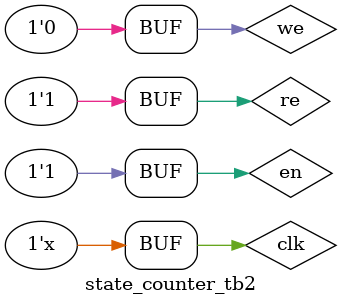
<source format=v>
`timescale 1ns/1ns
module state_counter_tb2;
 reg clk;
 reg en;
 reg RE;
 reg CE;
 reg we;
 reg re;
 reg forming;
 reg RE_L;
 reg WE_L;
 wire cache_count_flag;
 wire forming_count_flag;
 wire write_count_flag;
 wire[4:0] cache_add;
 wire[4:0] register_add;
 state_counter U1(clk,en,RE,CE,we,re,forming,RE_L,WE_L,cache_count_flag,forming_count_flag,write_count_flag,cache_add,register_add);
 always
  #5 clk=~clk;
 initial
  begin
   clk=1;
   en=0;
   we=0;
   re=0;
   #10 en=1;
       re=1;
  end
endmodule
</source>
